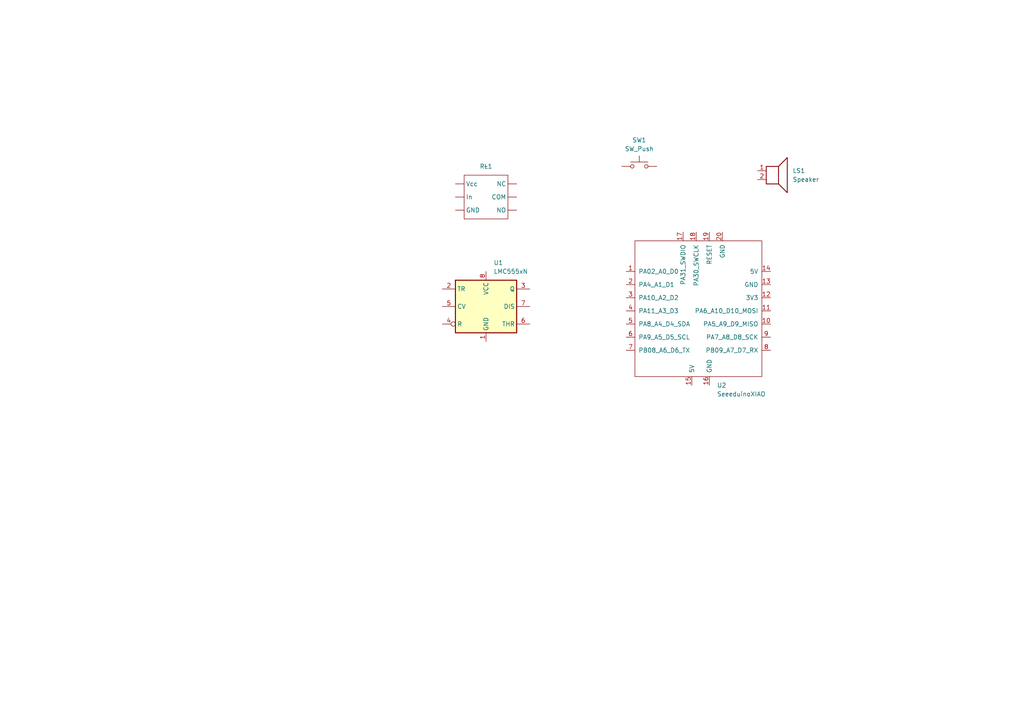
<source format=kicad_sch>
(kicad_sch (version 20230121) (generator eeschema)
  (paper "A4")
  (lib_symbols
    (symbol "Device:Speaker" (pin_names (offset 0) hide)
      (property "Reference" "LS" (at 1.27 5.715 0))
      (property "Value" "Speaker" (at 1.27 3.81 0))
      (symbol "Speaker_0_0"
        (rectangle (start -2.54 1.27) (end 1.016 -3.81) (stroke (width 0.254)))
        (polyline (pts (xy 1.016 1.27) (xy 3.556 3.81) (xy 3.556 -6.35) (xy 1.016 -3.81)) (stroke (width 0.254)))
      )
      (symbol "Speaker_1_1"
        (pin input line (at -5.08 0 0) (length 2.54) (name "1") (number "1"))
        (pin input line (at -5.08 -2.54 0) (length 2.54) (name "2") (number "2"))
      )
    )
    (symbol "ECE20007:Relay_Module_3V3"
      (property "Reference" "RL" (at 0 0 0))
      (symbol "Relay_Module_3V3_0_1"
        (rectangle (start -6.35 -2.54) (end 6.35 -15.24))
      )
      (symbol "Relay_Module_3V3_1_1"
        (pin input line (at 8.89 -8.89 180) (length 2.54) (name "COM") (number ""))
        (pin input line (at -8.89 -12.7 0) (length 2.54) (name "GND") (number ""))
        (pin input line (at -8.89 -8.89 0) (length 2.54) (name "In") (number ""))
        (pin output line (at 8.89 -5.08 180) (length 2.54) (name "NC") (number ""))
        (pin output line (at 8.89 -12.7 180) (length 2.54) (name "NO") (number ""))
        (pin input line (at -8.89 -5.08 0) (length 2.54) (name "Vcc") (number ""))
      )
    )
    (symbol "Seeeduino Xiao:SeeeduinoXIAO" (pin_names (offset 1.016))
      (property "Reference" "U" (at -19.05 22.86 0))
      (property "Value" "SeeeduinoXIAO" (at -12.7 21.59 0))
      (symbol "SeeeduinoXIAO_0_1"
        (rectangle (start -19.05 20.32) (end 17.78 -19.05))
      )
      (symbol "SeeeduinoXIAO_1_1"
        (pin unspecified line (at -21.59 11.43 0) (length 2.54) (name "PA02_A0_D0") (number "1"))
        (pin unspecified line (at 20.32 -3.81 180) (length 2.54) (name "PA5_A9_D9_MISO") (number "10"))
        (pin unspecified line (at 20.32 0 180) (length 2.54) (name "PA6_A10_D10_MOSI") (number "11"))
        (pin unspecified line (at 20.32 3.81 180) (length 2.54) (name "3V3") (number "12"))
        (pin unspecified line (at 20.32 7.62 180) (length 2.54) (name "GND") (number "13"))
        (pin unspecified line (at 20.32 11.43 180) (length 2.54) (name "5V") (number "14"))
        (pin input line (at -2.54 -21.59 90) (length 2.54) (name "5V") (number "15"))
        (pin input line (at 2.54 -21.59 90) (length 2.54) (name "GND") (number "16"))
        (pin input line (at -5.08 22.86 270) (length 2.54) (name "PA31_SWDIO") (number "17"))
        (pin input line (at -1.27 22.86 270) (length 2.54) (name "PA30_SWCLK") (number "18"))
        (pin input line (at 2.54 22.86 270) (length 2.54) (name "RESET") (number "19"))
        (pin unspecified line (at -21.59 7.62 0) (length 2.54) (name "PA4_A1_D1") (number "2"))
        (pin input line (at 6.35 22.86 270) (length 2.54) (name "GND") (number "20"))
        (pin unspecified line (at -21.59 3.81 0) (length 2.54) (name "PA10_A2_D2") (number "3"))
        (pin unspecified line (at -21.59 0 0) (length 2.54) (name "PA11_A3_D3") (number "4"))
        (pin unspecified line (at -21.59 -3.81 0) (length 2.54) (name "PA8_A4_D4_SDA") (number "5"))
        (pin unspecified line (at -21.59 -7.62 0) (length 2.54) (name "PA9_A5_D5_SCL") (number "6"))
        (pin unspecified line (at -21.59 -11.43 0) (length 2.54) (name "PB08_A6_D6_TX") (number "7"))
        (pin unspecified line (at 20.32 -11.43 180) (length 2.54) (name "PB09_A7_D7_RX") (number "8"))
        (pin unspecified line (at 20.32 -7.62 180) (length 2.54) (name "PA7_A8_D8_SCK") (number "9"))
      )
    )
    (symbol "Switch:SW_Push" (pin_numbers hide) (pin_names (offset 1.016) hide)
      (property "Reference" "SW" (at 1.27 2.54 0))
      (property "Value" "SW_Push" (at 0 -1.524 0))
      (symbol "SW_Push_0_1"
        (circle (center -2.032 0) (radius 0.508))
        (polyline (pts (xy 0 1.27) (xy 0 3.048)))
        (polyline (pts (xy 2.54 1.27) (xy -2.54 1.27)))
        (circle (center 2.032 0) (radius 0.508))
        (pin passive line (at -5.08 0 0) (length 2.54) (name "1") (number "1"))
        (pin passive line (at 5.08 0 180) (length 2.54) (name "2") (number "2"))
      )
    )
    (symbol "Timer:LMC555xN"
      (property "Reference" "U" (at -10.16 8.89 0))
      (property "Value" "LMC555xN" (at 2.54 8.89 0))
      (symbol "LMC555xN_0_0"
        (pin power_in line (at 0 -10.16 90) (length 2.54) (name "GND") (number "1"))
        (pin power_in line (at 0 10.16 270) (length 2.54) (name "VCC") (number "8"))
      )
      (symbol "LMC555xN_0_1"
        (rectangle (start -8.89 -7.62) (end 8.89 7.62) (stroke (width 0.254)) (fill (type background)))
        (rectangle (start -8.89 -7.62) (end 8.89 7.62) (stroke (width 0.254)) (fill (type background)))
      )
      (symbol "LMC555xN_1_1"
        (pin input line (at -12.7 5.08 0) (length 3.81) (name "TR") (number "2"))
        (pin output line (at 12.7 5.08 180) (length 3.81) (name "Q") (number "3"))
        (pin input inverted (at -12.7 -5.08 0) (length 3.81) (name "R") (number "4"))
        (pin input line (at -12.7 0 0) (length 3.81) (name "CV") (number "5"))
        (pin input line (at 12.7 -5.08 180) (length 3.81) (name "THR") (number "6"))
        (pin input line (at 12.7 0 180) (length 3.81) (name "DIS") (number "7"))
      )
    )
  )
  (symbol (lib_id "Seeeduino Xiao:SeeeduinoXIAO") (at 203.2 90.17 0) (unit 1)
    (property "Reference" "U2" (at 207.9341 111.76 0) (effects (justify left)))
    (property "Value" "SeeeduinoXIAO" (at 207.9341 114.3 0) (effects (justify left)))
  )
  (symbol (lib_id "ECE20007:Relay_Module_3V3") (at 140.97 48.26 0) (unit 1)
    (property "Reference" "RL1" (at 140.97 48.26 0))
    (property "Value" "~" (at 140.97 48.26 0))
  )
  (symbol (lib_id "Device:Speaker") (at 224.79 49.53 0) (unit 1)
    (property "Reference" "LS1" (at 229.87 49.53 0) (effects (justify left)))
    (property "Value" "Speaker" (at 229.87 52.07 0) (effects (justify left)))
  )
  (symbol (lib_id "Timer:LMC555xN") (at 140.97 88.9 0) (unit 1)
    (property "Reference" "U1" (at 143.1641 76.2 0) (effects (justify left)))
    (property "Value" "LMC555xN" (at 143.1641 78.74 0) (effects (justify left)))
    (property "Footprint" "Package_DIP:DIP-8_W7.62mm" (effects hide))
    (property "Datasheet" "http://www.ti.com/lit/ds/symlink/lmc555.pdf" (effects hide))
  )
  (symbol (lib_id "Switch:SW_Push") (at 185.42 48.26 0) (unit 1)
    (property "Reference" "SW1" (at 185.42 40.64 0))
    (property "Value" "SW_Push" (at 185.42 43.18 0))
  )
)
</source>
